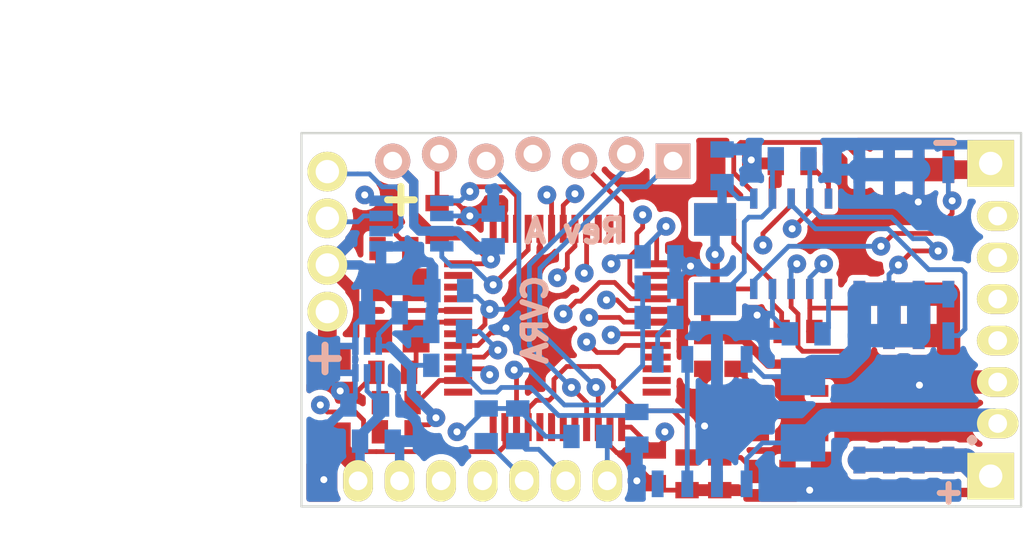
<source format=kicad_pcb>
(kicad_pcb (version 20221018) (generator pcbnew)
  (title_block (title "Motor control board") (rev "0") (company "CVRA"))
  (layers (0 "F.Cu" signal) (1 "In1.Cu" signal "Inner2.Cu") (2 "In2.Cu" signal "Inner1.Cu") (31 "B.Cu" signal) (34 "B.Paste" user) (35 "F.Paste" user) (36 "B.SilkS" user "B.Silkscreen") (37 "F.SilkS" user "F.Silkscreen") (38 "B.Mask" user) (39 "F.Mask" user) (44 "Edge.Cuts" user))
  (net 0 "")
  (net 1 "+3.3V")
  (net 2 "+3.3V_A")
  (net 3 "+5V")
  (net 4 "+5V_protected")
  (net 5 "+9V")
  (net 6 "+BATT")
  (net 7 "A")
  (net 8 "ADC/I_MOT")
  (net 9 "ADC/V_BAT")
  (net 10 "B")
  (net 11 "CANH")
  (net 12 "CANL")
  (net 13 "CAN_SPEED")
  (net 14 "GND")
  (net 15 "GPIO_A")
  (net 16 "GPIO_ADC")
  (net 17 "GPIO_B")
  (net 18 "I")
  (net 19 "LED")
  (net 20 "Mot+")
  (net 21 "Mot-")
  (net 22 "Mot_En_1")
  (net 23 "Mot_En_2")
  (net 24 "N-0000031")
  (net 25 "N-0000035")
  (net 26 "N-0000036")
  (net 27 "N-0000037")
  (net 28 "N-0000038")
  (net 29 "N-0000039")
  (net 30 "N-0000040")
  (net 31 "N-0000042")
  (net 32 "N-0000044")
  (net 33 "N-0000046")
  (net 34 "N-0000048")
  (net 35 "N-0000049")
  (net 36 "N-0000051")
  (net 37 "N-0000064")
  (net 38 "N-0000065")
  (net 39 "N-000008")
  (net 40 "PWM1")
  (net 41 "PWM2")
  (net 42 "Reset")
  (net 43 "Rx")
  (net 44 "Swdclk")
  (net 45 "Swdio")
  (net 46 "Tx")
  (footprint "_0603" (layer "F.Cu") (at 143.55 98.5)
    (fp_text reference "C14")
    (fp_text value "47nF")
  )
  (footprint "_0603" (layer "F.Cu") (at 143.3 91.3 180)
    (fp_text reference "R8")
    (fp_text value "100k")
  )
  (footprint "_0603" (layer "F.Cu") (at 137.4 104.3 -90)
    (fp_text reference "C7")
    (fp_text value "100n")
  )
  (footprint "_0603" (layer "F.Cu") (at 128.1 93.7 90)
    (fp_text reference "C6")
    (fp_text value "100n")
  )
  (footprint "_0603" (layer "F.Cu") (at 126.25 94.95)
    (fp_text reference "C11")
    (fp_text value "10pF")
  )
  (footprint "CVRA-SOT23-5" (layer "F.Cu") (at 143.2 102 -90)
    (fp_text reference "IC1")
    (fp_text value "TPS71501" hide)
  )
  (footprint "CVRA-SOD80C" (layer "F.Cu") (at 123.5 101.4 90)
    (fp_text reference "D1")
    (fp_text value "DIODESCH")
  )
  (footprint "_LQFP48" (layer "F.Cu") (at 129 95.6 -90)
    (fp_text reference "U1")
    (fp_text value "STM32F303CCT6")
  )
  (footprint "_0603" (layer "F.Cu") (at 138.8 104.6 -90)
    (fp_text reference "C18")
    (fp_text value "C")
  )
  (footprint "_0603" (layer "F.Cu") (at 140.2 104.6 -90)
    (fp_text reference "R13")
    (fp_text value "R")
  )
  (footprint "_0603" (layer "F.Cu") (at 142.4 104.5 180)
    (fp_text reference "R12")
    (fp_text value "R")
  )
  (footprint "_0603" (layer "F.Cu") (at 140.9 99.4 -90)
    (fp_text reference "R1")
    (fp_text value "5.6M")
  )
  (footprint "_0603" (layer "F.Cu") (at 139.6 99.4 -90)
    (fp_text reference "C4")
    (fp_text value "470n")
  )
  (footprint "_0603" (layer "F.Cu") (at 126.35 101.55 180)
    (fp_text reference "R4")
    (fp_text value "22")
  )
  (footprint "_0603" (layer "F.Cu") (at 140.4 101.9 -90)
    (fp_text reference "R2")
    (fp_text value "910k")
  )
  (footprint "PSONL10" (layer "F.Cu") (at 143.256 94.742)
    (fp_text reference "IC4")
    (fp_text value "LM5106")
  )
  (footprint "CVRA-SOD80C" (layer "F.Cu") (at 140 95.4 -90)
    (fp_text reference "D3")
    (fp_text value "BAV102")
  )
  (footprint "CVRA-SO8E" (layer "F.Cu") (at 148.082 101.346 180)
    (fp_text reference "Q1")
    (fp_text value "IRF8721")
  )
  (footprint "_0603" (layer "F.Cu") (at 126.35 102.8 180)
    (fp_text reference "D2")
    (fp_text value "LED")
  )
  (footprint "PWR_Conn" (layer "F.Cu") (at 151.8 91.3 90)
    (fp_text reference "P6")
    (fp_text value "CONN_1")
  )
  (footprint "PWR_Conn" (layer "F.Cu") (at 151.8 104.7 -90)
    (fp_text reference "P4")
    (fp_text value "CONN_1")
  )
  (footprint "_0603" (layer "F.Cu") (at 144.6 104.7 -90)
    (fp_text reference "C1")
    (fp_text value "100n")
  )
  (footprint "CVRA-SO8E" (layer "F.Cu") (at 148.082 94.234 180)
    (fp_text reference "Q2")
    (fp_text value "IRF8721")
  )
  (footprint "_TSX-3225-SMD-XTAL" (layer "F.Cu") (at 126.4 97.6 90)
    (fp_text reference "X1")
    (fp_text value "16MHz")
  )
  (footprint "_0603" (layer "F.Cu") (at 126.2 100.25 180)
    (fp_text reference "C12")
    (fp_text value "10pF")
  )
  (footprint "pin4_can_connector" (layer "F.Cu") (at 123.4 94.65 -90)
    (fp_text reference "P1")
    (fp_text value "Bus2")
  )
  (footprint "ribbon_cable_7pin" (layer "F.Cu") (at 130.05 104.9 180)
    (fp_text reference "P3")
    (fp_text value "GPIO")
  )
  (footprint "ribbon_cable_6pin" (layer "F.Cu") (at 152.1 98 90)
    (fp_text reference "P2")
    (fp_text value "MOTOR")
  )
  (footprint "_0603" (layer "B.Cu") (at 137.6 96.6)
    (fp_text reference "C15")
    (fp_text value "100nF")
  )
  (footprint "_0603" (layer "B.Cu") (at 143.3 91.1)
    (fp_text reference "C16")
    (fp_text value "47nF")
  )
  (footprint "_0603" (layer "B.Cu") (at 143.9 98.6 180)
    (fp_text reference "R11")
    (fp_text value "100k")
  )
  (footprint "_0603" (layer "B.Cu") (at 137.6 95.3)
    (fp_text reference "C9")
    (fp_text value "100n")
  )
  (footprint "_0603" (layer "B.Cu") (at 128.55 98.5 180)
    (fp_text reference "C10")
    (fp_text value "10n")
  )
  (footprint "CVRA-1206-1" (layer "B.Cu") (at 143.764 101.854 90)
    (fp_text reference "R10")
    (fp_text value "0.01R" hide)
  )
  (footprint "_0603" (layer "B.Cu") (at 137.6 97.9)
    (fp_text reference "R9")
    (fp_text value "330")
  )
  (footprint "_0603" (layer "B.Cu") (at 125.5 103.2)
    (fp_text reference "C17")
    (fp_text value "1uF")
  )
  (footprint "_0603" (layer "B.Cu") (at 136.65 102.65 -90)
    (fp_text reference "C8")
    (fp_text value "1uF")
  )
  (footprint "_0603" (layer "B.Cu") (at 130.2 102.5 -90)
    (fp_text reference "R3")
    (fp_text value "10k")
  )
  (footprint "_0603" (layer "B.Cu") (at 131.55 102.5 -90)
    (fp_text reference "R5")
    (fp_text value "10k")
  )
  (footprint "_0603" (layer "B.Cu") (at 134.55 103)
    (fp_text reference "R6")
    (fp_text value "10k")
  )
  (footprint "PSONL10" (layer "B.Cu") (at 143.256 94.742)
    (fp_text reference "IC5")
    (fp_text value "LM5106")
  )
  (footprint "CVRA-SOD80C" (layer "B.Cu") (at 140 95.4 90)
    (fp_text reference "D4")
    (fp_text value "BAV102")
  )
  (footprint "CVRA-SO8E" (layer "B.Cu") (at 139.446 102.362 180)
    (fp_text reference "IC6")
    (fp_text value "INA282")
  )
  (footprint "CVRA-SO8E" (layer "B.Cu") (at 148.082 94.234)
    (fp_text reference "Q4")
    (fp_text value "IRF8721")
  )
  (footprint "CVRA-PWSON-N6" (layer "B.Cu") (at 125.1 99.7 180)
    (fp_text reference "IC2")
    (fp_text value "TLV710")
  )
  (footprint "CVRA-SO8E" (layer "B.Cu") (at 148.082 101.346)
    (fp_text reference "Q3")
    (fp_text value "IRF8721")
  )
  (footprint "_0603" (layer "B.Cu") (at 128.6 96.75 180)
    (fp_text reference "C5")
    (fp_text value "100n")
  )
  (footprint "_0603" (layer "B.Cu") (at 130.5 94.15 -90)
    (fp_text reference "C13")
    (fp_text value "100n")
  )
  (footprint "_SOT23-8" (layer "B.Cu") (at 128.3 92.9 -90)
    (fp_text reference "IC3")
    (fp_text value "MAX3051")
  )
  (footprint "_0603" (layer "B.Cu") (at 140.3 91.4 -90)
    (fp_text reference "C19")
    (fp_text value "100nF (DNP)")
  )
  (footprint "_0603" (layer "B.Cu") (at 128.55 99.95)
    (fp_text reference "L1")
    (fp_text value "INDUCTOR")
  )
  (footprint "_0603" (layer "B.Cu") (at 125.8 97.7 180)
    (fp_text reference "C3")
    (fp_text value "4.7uF")
  )
  (footprint "_0603" (layer "B.Cu") (at 125 101.65 180)
    (fp_text reference "C2")
    (fp_text value "100nF")
  )
  (footprint "_Pin2mm_7z" (layer "B.Cu") (at 132.2 91.2 180)
    (fp_text reference "P5")
    (fp_text value "DBG")
  )
  (gr_line (start 150.3 106) (end 153.1 106) (stroke (width 0.1)) (layer "Edge.Cuts"))
  (gr_line (start 122.29 106) (end 122.29 90) (stroke (width 0.1)) (layer "Edge.Cuts"))
  (gr_line (start 122.3 90) (end 150.3 90) (stroke (width 0.1)) (layer "Edge.Cuts"))
  (gr_line (start 150.3 106) (end 122.3 106) (stroke (width 0.1)) (layer "Edge.Cuts"))
  (gr_line (start 153.1 106) (end 153.1 90) (stroke (width 0.1)) (layer "Edge.Cuts"))
  (gr_line (start 153.1 90) (end 150.3 90) (stroke (width 0.1)) (layer "Edge.Cuts"))
  (gr_text "Rev A" (at 134 94.2) (layer "B.SilkS") (effects (font (size 1 1) (thickness 0.25)) (justify mirror)))
  (gr_text "+" (at 123.3 99.55) (layer "B.SilkS") (effects (font (size 1.5 1.5) (thickness 0.3)) (justify mirror)))
  (gr_text "." (at 151 102.55) (layer "B.SilkS") (effects (font (size 1.5 1.5) (thickness 0.3)) (justify mirror)))
  (gr_text "CVRA" (at 132.3 98 90) (layer "B.SilkS") (effects (font (size 1 1) (thickness 0.25)) (justify mirror)))
  (gr_text "+" (at 150 105.35) (layer "B.SilkS") (effects (font (size 1 1) (thickness 0.25)) (justify mirror)))
  (gr_text "-" (at 149.85 90.35) (layer "B.SilkS") (effects (font (size 1 1) (thickness 0.25)) (justify mirror)))
  (gr_text "-" (at 149.85 90.35) (layer "F.SilkS") (effects (font (size 1 1) (thickness 0.25))))
  (gr_text "+" (at 126.55 92.75) (layer "F.SilkS") (effects (font (size 1.5 1.5) (thickness 0.3))))
  (gr_text "+" (at 150 105.35) (layer "F.SilkS") (effects (font (size 1 1) (thickness 0.25))))
  (gr_text "." (at 151 102.55) (layer "F.SilkS") (effects (font (size 1.5 1.5) (thickness 0.3))))
  (segment (start 130.5 95.3) (end 130.4 95.4) (width 0.204) (layer "F.Cu") (net 1))
  (segment (start 130.2 95.6) (end 130.4 95.4) (width 0.204) (layer "F.Cu") (net 1))
  (segment (start 136.4 102.6) (end 137.4 103.6) (width 0.204) (layer "F.Cu") (net 1))
  (segment (start 137.85 103.15) (end 137.85 102.8) (width 0.204) (layer "F.Cu") (net 1))
  (segment (start 127.1 92.1) (end 127.1 93.1) (width 0.204) (layer "F.Cu") (net 1))
  (segment (start 137.9 94) (end 137.5 94.4) (width 0.204) (layer "F.Cu") (net 1))
  (segment (start 137.5 94.4) (end 137.5 95.6) (width 0.204) (layer "F.Cu") (net 1))
  (segment (start 127.35 102.5) (end 127.75 102.5) (width 0.204) (layer "F.Cu") (net 1))
  (segment (start 127.75 102.5) (end 128.05 102.2) (width 0.204) (layer "F.Cu") (net 1))
  (segment (start 127.1 92.1) (end 127.1 93.1) (width 0.4) (layer "F.Cu") (net 1))
  (segment (start 127.1 93.5) (end 128 94.4) (width 0.4) (layer "F.Cu") (net 1))
  (segment (start 128 94.4) (end 128.1 94.4) (width 0.4) (layer "F.Cu") (net 1))
  (segment (start 129.4 94.4) (end 130.4 95.4) (width 0.4) (layer "F.Cu") (net 1))
  (segment (start 128.1 94.4) (end 129.4 94.4) (width 0.4) (layer "F.Cu") (net 1))
  (segment (start 127.1 93.1) (end 127.1 93.5) (width 0.4) (layer "F.Cu") (net 1))
  (segment (start 126.2 91.2) (end 127.1 92.1) (width 0.4) (layer "F.Cu") (net 1))
  (segment (start 129 95.6) (end 130.2 95.6) (width 0.204) (layer "F.Cu") (net 1))
  (segment (start 136 102.6) (end 136.4 102.6) (width 0.204) (layer "F.Cu") (net 1))
  (segment (start 127.35 102.5) (end 127.05 102.8) (width 0.204) (layer "F.Cu") (net 1))
  (segment (start 130.5 94.1) (end 130.5 95.3) (width 0.204) (layer "F.Cu") (net 1))
  (segment (start 137.4 103.6) (end 137.85 103.15) (width 0.204) (layer "F.Cu") (net 1))
  (via (at 135.55 95.6) (size 0.8) (drill 0.3) (layers "F.Cu" "B.Cu") (net 1))
  (via (at 130.4 95.4) (size 0.8) (drill 0.3) (layers "F.Cu" "B.Cu") (net 1))
  (via (at 128.05 102.2) (size 0.8) (drill 0.3) (layers "F.Cu" "B.Cu") (net 1))
  (via (at 137.9 94) (size 0.8) (drill 0.3) (layers "F.Cu" "B.Cu") (net 1))
  (via (at 137.85 102.8) (size 0.8) (drill 0.3) (layers "F.Cu" "B.Cu") (net 1))
  (segment (start 128.9 94.2) (end 129.8 95.1) (width 0.204) (layer "B.Cu") (net 1))
  (segment (start 130.4 95.4) (end 130.1 95.1) (width 0.204) (layer "B.Cu") (net 1))
  (segment (start 130.1 95.1) (end 129.8 95.1) (width 0.204) (layer "B.Cu") (net 1))
  (segment (start 127.1 92.1) (end 126.2 91.2) (width 0.204) (layer "B.Cu") (net 1))
  (segment (start 136.9 95) (end 137.9 94) (width 0.204) (layer "B.Cu") (net 1))
  (segment (start 135.85 95.3) (end 135.55 95.6) (width 0.204) (layer "B.Cu") (net 1))
  (segment (start 127.35 94.2) (end 127.1 93.95) (width 0.4) (layer "B.Cu") (net 1))
  (segment (start 127.1 93.95) (end 127.1 92.1) (width 0.4) (layer "B.Cu") (net 1))
  (segment (start 127.1 92.1) (end 126.2 91.2) (width 0.4) (layer "B.Cu") (net 1))
  (segment (start 129 94.2) (end 129.65 94.85) (width 0.4) (layer "B.Cu") (net 1))
  (segment (start 129.65 94.85) (end 130.5 94.85) (width 0.4) (layer "B.Cu") (net 1))
  (segment (start 125.6 98.6) (end 126.5 97.7) (width 0.204) (layer "B.Cu") (net 1))
  (segment (start 126.075 99.125) (end 126.9 99.95) (width 0.204) (layer "B.Cu") (net 1))
  (segment (start 126.9 99.95) (end 127.85 99.95) (width 0.204) (layer "B.Cu") (net 1))
  (segment (start 127 100.05) (end 127 101.15) (width 0.4) (layer "B.Cu") (net 1))
  (segment (start 127 101.15) (end 128.05 102.2) (width 0.4) (layer "B.Cu") (net 1))
  (segment (start 126.075 99.125) (end 127 100.05) (width 0.4) (layer "B.Cu") (net 1))
  (segment (start 125.6 99.125) (end 125.6 98.6) (width 0.204) (layer "B.Cu") (net 1))
  (segment (start 125.6 99.125) (end 126.075 99.125) (width 0.204) (layer "B.Cu") (net 1))
  (segment (start 128.3 94.2) (end 127.35 94.2) (width 0.4) (layer "B.Cu") (net 1))
  (segment (start 136.9 95.3) (end 136.9 95) (width 0.204) (layer "B.Cu") (net 1))
  (segment (start 128.3 94.2) (end 128.9 94.2) (width 0.204) (layer "B.Cu") (net 1))
  (segment (start 135.85 95.3) (end 136.9 95.3) (width 0.204) (layer "B.Cu") (net 1))
  (segment (start 128.3 94.2) (end 129 94.2) (width 0.4) (layer "B.Cu") (net 1))
  (segment (start 130.4 99.3) (end 130.1 99.6) (width 0.204) (layer "F.Cu") (net 2))
  (segment (start 130.7 99.3) (end 130.4 99.3) (width 0.204) (layer "F.Cu") (net 2))
  (segment (start 129 99.6) (end 130.1 99.6) (width 0.204) (layer "F.Cu") (net 2))
  (via (at 130.7 99.3) (size 0.8) (drill 0.3) (layers "F.Cu" "B.Cu") (net 2))
  (segment (start 138.811 101.4) (end 138.811 101.9) (width 0.204) (layer "B.Cu") (net 2))
  (segment (start 138.811 103.55) (end 138.811 105.029) (width 0.204) (layer "B.Cu") (net 2))
  (segment (start 129.9 98.5) (end 129.25 98.5) (width 0.204) (layer "B.Cu") (net 2))
  (segment (start 130.65 101.1) (end 130 101.1) (width 0.204) (layer "B.Cu") (net 2))
  (segment (start 130 101.1) (end 129.825 100.925) (width 0.204) (layer "B.Cu") (net 2))
  (segment (start 133.3 102.1) (end 132.1 100.9) (width 0.204) (layer "B.Cu") (net 2))
  (segment (start 132.1 100.9) (end 130.85 100.9) (width 0.204) (layer "B.Cu") (net 2))
  (segment (start 130.85 100.9) (end 130.65 101.1) (width 0.204) (layer "B.Cu") (net 2))
  (segment (start 136.7 101.9) (end 138.811 101.9) (width 0.204) (layer "B.Cu") (net 2))
  (segment (start 138.811 101.9) (end 138.811 103.55) (width 0.204) (layer "B.Cu") (net 2))
  (segment (start 136.5 102.1) (end 136.65 101.95) (width 0.204) (layer "B.Cu") (net 2))
  (segment (start 129.25 100.35) (end 129.25 98.5) (width 0.204) (layer "B.Cu") (net 2))
  (segment (start 138.811 99.695) (end 138.811 101.4) (width 0.204) (layer "B.Cu") (net 2))
  (segment (start 129.825 100.925) (end 129.25 100.35) (width 0.204) (layer "B.Cu") (net 2))
  (segment (start 133.45 102.1) (end 136.5 102.1) (width 0.204) (layer "B.Cu") (net 2))
  (segment (start 133.45 102.1) (end 133.3 102.1) (width 0.204) (layer "B.Cu") (net 2))
  (segment (start 130.7 99.3) (end 129.9 98.5) (width 0.204) (layer "B.Cu") (net 2))
  (segment (start 136.65 101.95) (end 136.7 101.9) (width 0.204) (layer "B.Cu") (net 2))
  (segment (start 123.4 99.60074) (end 123.5 99.70074) (width 0.8) (layer "F.Cu") (net 3))
  (segment (start 123.4 97.7) (end 123.4 99.60074) (width 0.8) (layer "F.Cu") (net 3))
  (segment (start 124.716 104.31526) (end 124.716 104.9) (width 0.8) (layer "F.Cu") (net 4))
  (segment (start 123.5 103.09926) (end 124.716 104.31526) (width 0.8) (layer "F.Cu") (net 4))
  (via (at 128.95 102.8) (size 0.8) (drill 0.3) (layers "F.Cu" "B.Cu") (net 4))
  (segment (start 132.75 103) (end 131.55 101.8) (width 0.204) (layer "B.Cu") (net 4))
  (segment (start 129.2 102.8) (end 128.95 102.8) (width 0.204) (layer "B.Cu") (net 4))
  (segment (start 124.8 104.816) (end 124.8 103.2) (width 0.4) (layer "B.Cu") (net 4))
  (segment (start 124.8 102.95) (end 125.7 102.05) (width 0.4) (layer "B.Cu") (net 4))
  (segment (start 125.7 102.05) (end 125.7 101.65) (width 0.4) (layer "B.Cu") (net 4))
  (segment (start 125.1 101.05) (end 125.7 101.65) (width 0.204) (layer "B.Cu") (net 4))
  (segment (start 125.6 101.55) (end 125.7 101.65) (width 0.204) (layer "B.Cu") (net 4))
  (segment (start 133.85 103) (end 132.75 103) (width 0.204) (layer "B.Cu") (net 4))
  (segment (start 125.6 100.225) (end 125.6 101.55) (width 0.204) (layer "B.Cu") (net 4))
  (segment (start 130.2 101.8) (end 131.55 101.8) (width 0.204) (layer "B.Cu") (net 4))
  (segment (start 124.716 104.9) (end 124.8 104.816) (width 0.4) (layer "B.Cu") (net 4))
  (segment (start 125.1 100.275) (end 125.1 101.05) (width 0.204) (layer "B.Cu") (net 4))
  (segment (start 130.2 101.8) (end 129.2 102.8) (width 0.204) (layer "B.Cu") (net 4))
  (segment (start 124.8 103.2) (end 124.8 102.95) (width 0.4) (layer "B.Cu") (net 4))
  (segment (start 140.42178 96.67748) (end 140 97.09926) (width 0.204) (layer "F.Cu") (net 5))
  (segment (start 143.3225 99.9) (end 142.3 99.9) (width 0.4) (layer "F.Cu") (net 5))
  (segment (start 142.3 99.9) (end 141.1 98.7) (width 0.4) (layer "F.Cu") (net 5))
  (segment (start 141.1 98.7) (end 140.9 98.7) (width 0.4) (layer "F.Cu") (net 5))
  (segment (start 139.6 97.49926) (end 140 97.09926) (width 0.4) (layer "F.Cu") (net 5))
  (segment (start 140 95.2) (end 140 97.09926) (width 0.4) (layer "F.Cu") (net 5))
  (segment (start 144.47 101.0475) (end 143.3225 99.9) (width 0.4) (layer "F.Cu") (net 5))
  (segment (start 140.9 98.7) (end 139.6 98.7) (width 0.4) (layer "F.Cu") (net 5))
  (segment (start 141.6558 96.67748) (end 140.42178 96.67748) (width 0.204) (layer "F.Cu") (net 5))
  (segment (start 139.6 98.7) (end 139.6 97.49926) (width 0.4) (layer "F.Cu") (net 5))
  (via (at 140 95.2) (size 0.8) (drill 0.3) (layers "F.Cu" "B.Cu") (net 5))
  (segment (start 140.3 93.40074) (end 140 93.70074) (width 0.204) (layer "B.Cu") (net 5))
  (segment (start 141.00652 92.80652) (end 140.3 92.1) (width 0.204) (layer "B.Cu") (net 5))
  (segment (start 140.3 93.40074) (end 140 93.70074) (width 0.4) (layer "B.Cu") (net 5))
  (segment (start 140 93.70074) (end 140 95.2) (width 0.4) (layer "B.Cu") (net 5))
  (segment (start 140.3 92.1) (end 140.3 93.40074) (width 0.4) (layer "B.Cu") (net 5))
  (segment (start 141.6558 92.80652) (end 141.00652 92.80652) (width 0.204) (layer "B.Cu") (net 5))
  (segment (start 144.1 104.5) (end 144.6 104) (width 0.204) (layer "F.Cu") (net 6))
  (segment (start 151.156 105.4) (end 146.1 105.4) (width 0.4) (layer "F.Cu") (net 6))
  (segment (start 146.1 105.4) (end 145.1 104.4) (width 0.4) (layer "F.Cu") (net 6))
  (segment (start 144.7 104) (end 144.6 104) (width 0.4) (layer "F.Cu") (net 6))
  (segment (start 144.47 103.87) (end 144.47 102.9525) (width 0.4) (layer "F.Cu") (net 6))
  (segment (start 150.733 104.013) (end 148.717 104.013) (width 1) (layer "F.Cu") (net 6))
  (segment (start 148.717 104.013) (end 147.447 104.013) (width 1) (layer "F.Cu") (net 6))
  (segment (start 151.638 104.918) (end 150.733 104.013) (width 1) (layer "F.Cu") (net 6))
  (segment (start 143.1 104.5) (end 144.1 104.5) (width 0.204) (layer "F.Cu") (net 6))
  (segment (start 151.638 104.918) (end 151.156 105.4) (width 0.4) (layer "F.Cu") (net 6))
  (segment (start 148.717 104.013) (end 149.987 104.013) (width 1) (layer "F.Cu") (net 6))
  (segment (start 144.6 104) (end 144.47 103.87) (width 0.4) (layer "F.Cu") (net 6))
  (segment (start 146.177 104.013) (end 147.447 104.013) (width 1) (layer "F.Cu") (net 6))
  (segment (start 145.1 104.4) (end 144.7 104) (width 0.4) (layer "F.Cu") (net 6))
  (segment (start 147.447 104.013) (end 148.717 104.013) (width 1) (layer "B.Cu") (net 6))
  (segment (start 148.717 104.013) (end 149.987 104.013) (width 1) (layer "B.Cu") (net 6))
  (segment (start 149.987 104.013) (end 150.733 104.013) (width 1) (layer "B.Cu") (net 6))
  (segment (start 150.733 104.013) (end 151.638 104.918) (width 1) (layer "B.Cu") (net 6))
  (segment (start 146.177 104.013) (end 147.447 104.013) (width 1) (layer "B.Cu") (net 6))
  (segment (start 133.5 93.1) (end 134 92.6) (width 0.204) (layer "F.Cu") (net 7))
  (segment (start 133.5 94.1) (end 133.5 93.1) (width 0.204) (layer "F.Cu") (net 7))
  (via (at 134 92.6) (size 0.8) (drill 0.3) (layers "F.Cu" "B.Cu") (net 7))
  (segment (start 131.4 100.15) (end 131.5 100.25) (width 0.204) (layer "F.Cu") (net 8))
  (segment (start 131.5 100.25) (end 131.5 102.6) (width 0.204) (layer "F.Cu") (net 8))
  (via (at 131.4 100.15) (size 0.8) (drill 0.3) (layers "F.Cu" "B.Cu") (net 8))
  (segment (start 133.55 101.65) (end 132.05 100.15) (width 0.204) (layer "B.Cu") (net 8))
  (segment (start 132.05 100.15) (end 131.4 100.15) (width 0.204) (layer "B.Cu") (net 8))
  (segment (start 134.85 101.65) (end 133.65 101.65) (width 0.204) (layer "B.Cu") (net 8))
  (segment (start 135.2 101.65) (end 136.9 99.95) (width 0.204) (layer "B.Cu") (net 8))
  (segment (start 136.9 99.95) (end 136.9 99.1) (width 0.204) (layer "B.Cu") (net 8))
  (segment (start 136.9 99.1) (end 136.9 97.9) (width 0.204) (layer "B.Cu") (net 8))
  (segment (start 133.65 101.65) (end 133.55 101.65) (width 0.204) (layer "B.Cu") (net 8))
  (segment (start 134.85 101.65) (end 135.2 101.65) (width 0.204) (layer "B.Cu") (net 8))
  (segment (start 136.9 96.6) (end 136.9 97.9) (width 0.204) (layer "B.Cu") (net 8))
  (segment (start 134.6 100) (end 133.8 100) (width 0.204) (layer "F.Cu") (net 9))
  (segment (start 141.1 103.9) (end 141.7 104.5) (width 0.204) (layer "F.Cu") (net 9))
  (segment (start 132 101.8) (end 132.35 101.45) (width 0.204) (layer "F.Cu") (net 9))
  (segment (start 132.35 101.45) (end 132.9 101.45) (width 0.204) (layer "F.Cu") (net 9))
  (segment (start 132.9 101.45) (end 133.1 101.25) (width 0.204) (layer "F.Cu") (net 9))
  (segment (start 133.1 101.25) (end 133.1 100.55) (width 0.204) (layer "F.Cu") (net 9))
  (segment (start 133.1 100.55) (end 133.65 100) (width 0.204) (layer "F.Cu") (net 9))
  (segment (start 133.65 100) (end 133.8 100) (width 0.204) (layer "F.Cu") (net 9))
  (segment (start 134.7 100) (end 134.6 100) (width 0.204) (layer "F.Cu") (net 9))
  (segment (start 135.05 100) (end 135.65 100.6) (width 0.204) (layer "F.Cu") (net 9))
  (segment (start 138.8 102.5) (end 138.2 101.9) (width 0.204) (layer "F.Cu") (net 9))
  (segment (start 138.2 101.9) (end 136.7 101.9) (width 0.204) (layer "F.Cu") (net 9))
  (segment (start 135.65 100.85) (end 135.65 100.6) (width 0.204) (layer "F.Cu") (net 9))
  (segment (start 132 102.6) (end 132 101.8) (width 0.204) (layer "F.Cu") (net 9))
  (segment (start 138.8 103.9) (end 138.8 102.5) (width 0.204) (layer "F.Cu") (net 9))
  (segment (start 136.6 101.8) (end 135.65 100.85) (width 0.204) (layer "F.Cu") (net 9))
  (segment (start 138.8 103.9) (end 140.2 103.9) (width 0.204) (layer "F.Cu") (net 9))
  (segment (start 134.7 100) (end 135.05 100) (width 0.204) (layer "F.Cu") (net 9))
  (segment (start 140.2 103.9) (end 141.1 103.9) (width 0.204) (layer "F.Cu") (net 9))
  (segment (start 136.7 101.9) (end 136.6 101.8) (width 0.204) (layer "F.Cu") (net 9))
  (segment (start 133 92.85) (end 132.8 92.65) (width 0.204) (layer "F.Cu") (net 10))
  (segment (start 133 94.1) (end 133 92.85) (width 0.204) (layer "F.Cu") (net 10))
  (via (at 132.8 92.65) (size 0.8) (drill 0.3) (layers "F.Cu" "B.Cu") (net 10))
  (segment (start 124.95 93.55) (end 124.7 93.8) (width 0.204) (layer "B.Cu") (net 11))
  (segment (start 123.5 93.8) (end 123.4 93.7) (width 0.204) (layer "B.Cu") (net 11))
  (segment (start 125.7 93.55) (end 124.95 93.55) (width 0.204) (layer "B.Cu") (net 11))
  (segment (start 124.7 93.8) (end 123.5 93.8) (width 0.204) (layer "B.Cu") (net 11))
  (segment (start 126.35 94.2) (end 126.55 94) (width 0.204) (layer "B.Cu") (net 12))
  (segment (start 126.55 94) (end 126.55 92.5) (width 0.204) (layer "B.Cu") (net 12))
  (segment (start 126.55 92.5) (end 126.35 92.3) (width 0.204) (layer "B.Cu") (net 12))
  (segment (start 126.35 92.3) (end 125.8 92.3) (width 0.204) (layer "B.Cu") (net 12))
  (segment (start 125.75 92.3) (end 125.2 91.75) (width 0.204) (layer "B.Cu") (net 12))
  (segment (start 125.2 91.75) (end 124.7 91.75) (width 0.204) (layer "B.Cu") (net 12))
  (segment (start 123.45 91.75) (end 123.4 91.7) (width 0.204) (layer "B.Cu") (net 12))
  (segment (start 125.7 94.2) (end 126.35 94.2) (width 0.204) (layer "B.Cu") (net 12))
  (segment (start 125.8 92.3) (end 125.75 92.3) (width 0.204) (layer "B.Cu") (net 12))
  (segment (start 124.7 91.75) (end 123.45 91.75) (width 0.204) (layer "B.Cu") (net 12))
  (segment (start 131 103.4) (end 130.75 103.65) (width 0.204) (layer "F.Cu") (net 13))
  (segment (start 130.75 103.65) (end 125.5 103.65) (width 0.204) (layer "F.Cu") (net 13))
  (segment (start 125.05 103.65) (end 124.95 103.55) (width 0.204) (layer "F.Cu") (net 13))
  (segment (start 124.95 103.55) (end 124.95 102.3) (width 0.204) (layer "F.Cu") (net 13))
  (segment (start 124.95 102.3) (end 124.6 101.95) (width 0.204) (layer "F.Cu") (net 13))
  (segment (start 124.6 101.95) (end 124.05 101.95) (width 0.204) (layer "F.Cu") (net 13))
  (segment (start 123.4 101.95) (end 123.1 101.65) (width 0.204) (layer "F.Cu") (net 13))
  (segment (start 131 103.4) (end 131 102.6) (width 0.204) (layer "F.Cu") (net 13))
  (segment (start 123.4 101.95) (end 124.05 101.95) (width 0.204) (layer "F.Cu") (net 13))
  (segment (start 125.5 103.65) (end 125.05 103.65) (width 0.204) (layer "F.Cu") (net 13))
  (via (at 125 92.65) (size 0.8) (drill 0.3) (layers "F.Cu" "B.Cu") (net 13))
  (via (at 123.1 101.65) (size 0.8) (drill 0.3) (layers "F.Cu" "B.Cu") (net 13))
  (segment (start 125.25 92.9) (end 125 92.65) (width 0.204) (layer "B.Cu") (net 13))
  (segment (start 125.7 92.9) (end 125.25 92.9) (width 0.204) (layer "B.Cu") (net 13))
  (segment (start 135.5 103.4) (end 135.8 103.7) (width 0.204) (layer "F.Cu") (net 14))
  (segment (start 135.8 103.7) (end 136.1 103.7) (width 0.204) (layer "F.Cu") (net 14))
  (segment (start 136.1 103.7) (end 137.4 105) (width 0.204) (layer "F.Cu") (net 14))
  (segment (start 151.533 91.567) (end 152 91.1) (width 0.8) (layer "F.Cu") (net 14))
  (segment (start 141.7 91.3) (end 141.55 91.15) (width 0.204) (layer "F.Cu") (net 14))
  (segment (start 129.85 99.1) (end 130.45 98.5) (width 0.204) (layer "F.Cu") (net 14))
  (segment (start 136.75 105) (end 136.65 104.9) (width 0.204) (layer "F.Cu") (net 14))
  (segment (start 139.6 102.6) (end 139.55 102.55) (width 0.204) (layer "F.Cu") (net 14))
  (segment (start 144.15 105.4) (end 144.05 105.3) (width 0.204) (layer "F.Cu") (net 14))
  (segment (start 131 93.25) (end 130.85 93.1) (width 0.204) (layer "F.Cu") (net 14))
  (segment (start 130.85 93.1) (end 130.1 93.1) (width 0.204) (layer "F.Cu") (net 14))
  (segment (start 130.1 93.1) (end 129.65 93.55) (width 0.204) (layer "F.Cu") (net 14))
  (segment (start 129.65 93.55) (end 129.5 93.55) (width 0.204) (layer "F.Cu") (net 14))
  (segment (start 128.95 93) (end 129.5 93.55) (width 0.204) (layer "F.Cu") (net 14))
  (segment (start 128.1 91.1) (end 128.2 91) (width 0.204) (layer "F.Cu") (net 14))
  (segment (start 139.4 100.3) (end 139.4 102.4) (width 0.204) (layer "F.Cu") (net 14))
  (segment (start 139.4 102.4) (end 139.55 102.55) (width 0.204) (layer "F.Cu") (net 14))
  (segment (start 141 102) (end 140.4 102.6) (width 0.204) (layer "F.Cu") (net 14))
  (segment (start 132.5 95.05) (end 132.45 95.1) (width 0.204) (layer "F.Cu") (net 14))
  (segment (start 138.55 96.1) (end 138.95 95.7) (width 0.204) (layer "F.Cu") (net 14))
  (segment (start 130.9 98.5) (end 131.05 98.35) (width 0.204) (layer "F.Cu") (net 14))
  (segment (start 126.35 94.35) (end 126.35 93.8) (width 0.204) (layer "F.Cu") (net 14))
  (segment (start 148.717 91.567) (end 149.987 91.567) (width 1) (layer "F.Cu") (net 14))
  (segment (start 142.4559 91.4441) (end 142.6 91.3) (width 0.204) (layer "F.Cu") (net 14))
  (segment (start 124.5 101.25) (end 124.15 101.25) (width 0.204) (layer "F.Cu") (net 14))
  (segment (start 124.15 101.25) (end 123.95 101.05) (width 0.204) (layer "F.Cu") (net 14))
  (segment (start 137.7 105.3) (end 138.8 105.3) (width 0.204) (layer "F.Cu") (net 14))
  (segment (start 140.35 105.45) (end 143.9 105.45) (width 0.204) (layer "F.Cu") (net 14))
  (segment (start 143.9 105.45) (end 144.05 105.3) (width 0.204) (layer "F.Cu") (net 14))
  (segment (start 148.7 91.584) (end 148.717 91.567) (width 0.4) (layer "F.Cu") (net 14))
  (segment (start 142.4559 92.80652) (end 142.4559 91.4441) (width 0.204) (layer "F.Cu") (net 14))
  (segment (start 137.4 105) (end 137.7 105.3) (width 0.204) (layer "F.Cu") (net 14))
  (segment (start 131 94.1) (end 131 93.25) (width 0.204) (layer "F.Cu") (net 14))
  (segment (start 139.6 100.1) (end 139.4 100.3) (width 0.204) (layer "F.Cu") (net 14))
  (segment (start 144.15 105.4) (end 144.6 105.4) (width 0.204) (layer "F.Cu") (net 14))
  (segment (start 141.93 102) (end 141 102) (width 0.204) (layer "F.Cu") (net 14))
  (segment (start 148.7 92.95) (end 148.7 91.584) (width 0.4) (layer "F.Cu") (net 14))
  (segment (start 147.447 91.567) (end 151.533 91.567) (width 0.8) (layer "F.Cu") (net 14))
  (segment (start 132.5 94.1) (end 132.5 95.05) (width 0.204) (layer "F.Cu") (net 14))
  (segment (start 138.8 105.3) (end 140.2 105.3) (width 0.204) (layer "F.Cu") (net 14))
  (segment (start 137.4 105) (end 136.75 105) (width 0.204) (layer "F.Cu") (net 14))
  (segment (start 135.5 102.6) (end 135.5 103.4) (width 0.204) (layer "F.Cu") (net 14))
  (segment (start 128.1 93) (end 128.95 93) (width 0.204) (layer "F.Cu") (net 14))
  (segment (start 147.447 91.567) (end 148.717 91.567) (width 1) (layer "F.Cu") (net 14))
  (segment (start 140.4 102.6) (end 139.6 102.6) (width 0.204) (layer "F.Cu") (net 14))
  (segment (start 125.5 100.25) (end 124.5 101.25) (width 0.204) (layer "F.Cu") (net 14))
  (segment (start 140.2 105.3) (end 140.35 105.45) (width 0.204) (layer "F.Cu") (net 14))
  (segment (start 128.1 93) (end 128.1 91.1) (width 0.204) (layer "F.Cu") (net 14))
  (segment (start 130.45 98.5) (end 130.9 98.5) (width 0.204) (layer "F.Cu") (net 14))
  (segment (start 142.6 91.3) (end 141.7 91.3) (width 0.204) (layer "F.Cu") (net 14))
  (segment (start 126.95 94.95) (end 126.35 94.35) (width 0.204) (layer "F.Cu") (net 14))
  (segment (start 129 99.1) (end 129.85 99.1) (width 0.204) (layer "F.Cu") (net 14))
  (segment (start 137.5 96.1) (end 138.55 96.1) (width 0.204) (layer "F.Cu") (net 14))
  (via (at 123.25 104.85) (size 0.8) (drill 0.3) (layers "F.Cu" "B.Cu") (net 14))
  (via (at 141.55 91.15) (size 0.8) (drill 0.3) (layers "F.Cu" "B.Cu") (net 14))
  (via (at 139.55 102.55) (size 0.8) (drill 0.3) (layers "F.Cu" "B.Cu") (net 14))
  (via (at 123.95 101.05) (size 0.8) (drill 0.3) (layers "F.Cu" "B.Cu") (net 14))
  (via (at 129.5 93.55) (size 0.8) (drill 0.3) (layers "F.Cu" "B.Cu") (net 14))
  (via (at 144.05 105.3) (size 0.8) (drill 0.3) (layers "F.Cu" "B.Cu") (net 14))
  (via (at 136.65 104.9) (size 0.8) (drill 0.3) (layers "F.Cu" "B.Cu") (net 14))
  (via (at 138.95 95.7) (size 0.8) (drill 0.3) (layers "F.Cu" "B.Cu") (net 14))
  (via (at 148.7 92.95) (size 0.8) (drill 0.3) (layers "F.Cu" "B.Cu") (net 14))
  (via (at 141.8 97.8) (size 0.8) (drill 0.3) (layers "F.Cu" "B.Cu") (net 14))
  (via (at 148.75 100.8) (size 0.8) (drill 0.3) (layers "F.Cu" "B.Cu") (net 14))
  (via (at 131.05 98.35) (size 0.8) (drill 0.3) (layers "F.Cu" "B.Cu") (net 14))
  (segment (start 141.55 91.15) (end 141.1 90.7) (width 0.204) (layer "B.Cu") (net 14))
  (segment (start 141.1 90.7) (end 140.3 90.7) (width 0.204) (layer "B.Cu") (net 14))
  (segment (start 139.55 102.55) (end 140.081 103.081) (width 0.204) (layer "B.Cu") (net 14))
  (segment (start 140.081 103.081) (end 140.081 105.029) (width 0.204) (layer "B.Cu") (net 14))
  (segment (start 130.4 93.55) (end 130.5 93.45) (width 0.204) (layer "B.Cu") (net 14))
  (segment (start 129.5 93.55) (end 130.4 93.55) (width 0.204) (layer "B.Cu") (net 14))
  (segment (start 142.4559 97.8559) (end 143.2 98.6) (width 0.204) (layer "B.Cu") (net 14))
  (segment (start 138.95 95.7) (end 138.3 96.35) (width 0.204) (layer "B.Cu") (net 14))
  (segment (start 138.3 96.35) (end 138.3 96.6) (width 0.204) (layer "B.Cu") (net 14))
  (segment (start 138.55 95.3) (end 138.3 95.3) (width 0.204) (layer "B.Cu") (net 14))
  (segment (start 142.4559 97.75) (end 142.4559 97.8559) (width 0.204) (layer "B.Cu") (net 14))
  (segment (start 141.85 97.75) (end 141.8 97.8) (width 0.204) (layer "B.Cu") (net 14))
  (segment (start 123.25 102.7) (end 123.25 104.85) (width 0.4) (layer "B.Cu") (net 14))
  (segment (start 126.494 103.494) (end 126.494 104.9) (width 0.4) (layer "B.Cu") (net 14))
  (segment (start 124.6 98.2) (end 125.1 97.7) (width 0.204) (layer "B.Cu") (net 14))
  (segment (start 124.6 101.35) (end 124.6 100.275) (width 0.204) (layer "B.Cu") (net 14))
  (segment (start 124.575 100.3) (end 124.1 100.3) (width 0.204) (layer "B.Cu") (net 14))
  (segment (start 124.575 99.1) (end 124.1 99.1) (width 0.204) (layer "B.Cu") (net 14))
  (segment (start 123.95 101.05) (end 124.3 101.4) (width 0.204) (layer "B.Cu") (net 14))
  (segment (start 124.3 101.4) (end 124.3 101.65) (width 0.204) (layer "B.Cu") (net 14))
  (segment (start 123.4 100.5) (end 123.4 100.4) (width 0.204) (layer "B.Cu") (net 14))
  (segment (start 151 90.5) (end 148.75 90.5) (width 0.4) (layer "B.Cu") (net 14))
  (segment (start 148.75 90.5) (end 148.717 90.533) (width 0.4) (layer "B.Cu") (net 14))
  (segment (start 148.717 90.533) (end 148.717 91.567) (width 0.4) (layer "B.Cu") (net 14))
  (segment (start 145.517 90.533) (end 145.45 90.6) (width 0.4) (layer "B.Cu") (net 14))
  (segment (start 147.45 90.533) (end 146.2 90.533) (width 0.4) (layer "B.Cu") (net 14))
  (segment (start 147.45 91.564) (end 147.447 91.567) (width 0.4) (layer "B.Cu") (net 14))
  (segment (start 146.2 90.533) (end 145.517 90.533) (width 0.4) (layer "B.Cu") (net 14))
  (segment (start 146.2 91.544) (end 146.177 91.567) (width 0.4) (layer "B.Cu") (net 14))
  (segment (start 124.8 95.65) (end 125.3 96.15) (width 0.4) (layer "B.Cu") (net 14))
  (segment (start 148.717 92.933) (end 148.7 92.95) (width 0.204) (layer "B.Cu") (net 14))
  (segment (start 148.717 92.933) (end 148.7 92.95) (width 0.4) (layer "B.Cu") (net 14))
  (segment (start 138.95 95.7) (end 138.55 95.3) (width 0.204) (layer "B.Cu") (net 14))
  (segment (start 124.6 99.125) (end 124.6 98.2) (width 0.204) (layer "B.Cu") (net 14))
  (segment (start 124.6 99.125) (end 124.575 99.1) (width 0.204) (layer "B.Cu") (net 14))
  (segment (start 123.95 101.05) (end 123.4 100.5) (width 0.204) (layer "B.Cu") (net 14))
  (segment (start 124.3 101.65) (end 124.6 101.35) (width 0.204) (layer "B.Cu") (net 14))
  (segment (start 147.45 90.533) (end 147.45 91.564) (width 0.4) (layer "B.Cu") (net 14))
  (segment (start 124.6 99.125) (end 124.6 100.275) (width 0.204) (layer "B.Cu") (net 14))
  (segment (start 124.3 101.65) (end 123.25 102.7) (width 0.4) (layer "B.Cu") (net 14))
  (segment (start 147.447 91.567) (end 148.717 91.567) (width 1) (layer "B.Cu") (net 14))
  (segment (start 142.4559 96.67748) (end 142.4559 97.75) (width 0.204) (layer "B.Cu") (net 14))
  (segment (start 151.8 91.3) (end 151 90.5) (width 0.4) (layer "B.Cu") (net 14))
  (segment (start 123.4 95.65) (end 124.8 95.65) (width 0.4) (layer "B.Cu") (net 14))
  (segment (start 126.2 103.2) (end 126.494 103.494) (width 0.4) (layer "B.Cu") (net 14))
  (segment (start 124.6 100.275) (end 124.575 100.3) (width 0.204) (layer "B.Cu") (net 14))
  (segment (start 148.717 90.533) (end 147.45 90.533) (width 0.4) (layer "B.Cu") (net 14))
  (segment (start 146.177 91.567) (end 148.717 91.567) (width 0.8) (layer "B.Cu") (net 14))
  (segment (start 146.177 91.567) (end 147.447 91.567) (width 1) (layer "B.Cu") (net 14))
  (segment (start 148.717 91.567) (end 148.717 92.933) (width 0.4) (layer "B.Cu") (net 14))
  (segment (start 142.4559 97.75) (end 141.85 97.75) (width 0.204) (layer "B.Cu") (net 14))
  (segment (start 128.3 93.55) (end 129.5 93.55) (width 0.204) (layer "B.Cu") (net 14))
  (segment (start 146.2 90.533) (end 146.2 91.544) (width 0.4) (layer "B.Cu") (net 14))
  (segment (start 134.4 96) (end 134.5 95.9) (width 0.204) (layer "F.Cu") (net 15))
  (segment (start 134.5 95.9) (end 134.5 94.1) (width 0.204) (layer "F.Cu") (net 15))
  (via (at 134.4 96) (size 0.8) (drill 0.3) (layers "F.Cu" "B.Cu") (net 15))
  (segment (start 133.606 104.706) (end 132.45 103.55) (width 0.204) (layer "B.Cu") (net 15))
  (segment (start 131.9 103.55) (end 132.45 103.55) (width 0.204) (layer "B.Cu") (net 15))
  (segment (start 133.606 104.9) (end 133.606 104.706) (width 0.204) (layer "B.Cu") (net 15))
  (segment (start 131.55 103.2) (end 131.9 103.55) (width 0.204) (layer "B.Cu") (net 15))
  (segment (start 130.1 100.1) (end 130.35 100.35) (width 0.204) (layer "F.Cu") (net 16))
  (segment (start 129 100.1) (end 130.1 100.1) (width 0.204) (layer "F.Cu") (net 16))
  (via (at 130.35 100.35) (size 0.8) (drill 0.3) (layers "F.Cu" "B.Cu") (net 16))
  (segment (start 134 94.85) (end 134 94.1) (width 0.204) (layer "F.Cu") (net 17))
  (segment (start 133.675 95.175) (end 134 94.85) (width 0.204) (layer "F.Cu") (net 17))
  (segment (start 133.675 95.775) (end 133.25 96.2) (width 0.204) (layer "F.Cu") (net 17))
  (segment (start 133.675 95.175) (end 133.675 95.775) (width 0.204) (layer "F.Cu") (net 17))
  (via (at 133.25 96.2) (size 0.8) (drill 0.3) (layers "F.Cu" "B.Cu") (net 17))
  (segment (start 131.828 104.828) (end 130.2 103.2) (width 0.204) (layer "B.Cu") (net 17))
  (segment (start 131.828 104.9) (end 131.828 104.828) (width 0.204) (layer "B.Cu") (net 17))
  (segment (start 136.4 97.1) (end 135.8 96.5) (width 0.204) (layer "F.Cu") (net 18))
  (segment (start 133.5 97.75) (end 134.05 97.2) (width 0.204) (layer "F.Cu") (net 18))
  (segment (start 135.7 96.4) (end 135.05 96.4) (width 0.204) (layer "F.Cu") (net 18))
  (segment (start 135.05 96.4) (end 134.25 97.2) (width 0.204) (layer "F.Cu") (net 18))
  (segment (start 134.25 97.2) (end 134.05 97.2) (width 0.204) (layer "F.Cu") (net 18))
  (segment (start 135.8 96.5) (end 135.7 96.4) (width 0.204) (layer "F.Cu") (net 18))
  (segment (start 137.5 97.1) (end 136.4 97.1) (width 0.204) (layer "F.Cu") (net 18))
  (via (at 133.5 97.75) (size 0.8) (drill 0.3) (layers "F.Cu" "B.Cu") (net 18))
  (segment (start 135.384 103.134) (end 135.25 103) (width 0.204) (layer "B.Cu") (net 18))
  (segment (start 135.384 104.9) (end 135.384 103.134) (width 0.204) (layer "B.Cu") (net 18))
  (segment (start 128.2 100.6) (end 127.25 101.55) (width 0.204) (layer "F.Cu") (net 19))
  (segment (start 127.25 101.55) (end 127.05 101.55) (width 0.204) (layer "F.Cu") (net 19))
  (segment (start 129 100.6) (end 128.2 100.6) (width 0.204) (layer "F.Cu") (net 19))
  (segment (start 144.0561 98.4439) (end 144 98.5) (width 0.204) (layer "F.Cu") (net 20))
  (segment (start 149.987 98.679) (end 149.987 96.901) (width 0.4) (layer "F.Cu") (net 20))
  (segment (start 149.987 100.087) (end 150.567 100.667) (width 0.8) (layer "F.Cu") (net 20))
  (segment (start 150.567 100.667) (end 150 100.1) (width 1) (layer "F.Cu") (net 20))
  (segment (start 146.177 97.223) (end 145.9 97.5) (width 0.204) (layer "F.Cu") (net 20))
  (segment (start 145.9 97.5) (end 144.0561 97.5) (width 0.204) (layer "F.Cu") (net 20))
  (segment (start 144.0561 97.5) (end 144.0561 98.4439) (width 0.204) (layer "F.Cu") (net 20))
  (segment (start 147.447 96.901) (end 148.717 96.901) (width 1) (layer "F.Cu") (net 20))
  (segment (start 148.717 96.901) (end 149.987 96.901) (width 1) (layer "F.Cu") (net 20))
  (segment (start 148.717 98.679) (end 149.987 98.679) (width 1) (layer "F.Cu") (net 20))
  (segment (start 149.987 98.679) (end 149.987 96.901) (width 1) (layer "F.Cu") (net 20))
  (segment (start 150 98.692) (end 150 100.1) (width 1) (layer "F.Cu") (net 20))
  (segment (start 150 100.1) (end 149.987 100.087) (width 1) (layer "F.Cu") (net 20))
  (segment (start 149.987 98.679) (end 150 98.692) (width 1) (layer "F.Cu") (net 20))
  (segment (start 148.717 96.901) (end 148.717 98.679) (width 1) (layer "F.Cu") (net 20))
  (segment (start 147.447 98.679) (end 149.987 98.679) (width 0.4) (layer "F.Cu") (net 20))
  (segment (start 147.447 96.901) (end 147.447 98.679) (width 1) (layer "F.Cu") (net 20))
  (segment (start 149.987 98.679) (end 149.987 100.087) (width 0.8) (layer "F.Cu") (net 20))
  (segment (start 146.177 96.901) (end 146.177 97.223) (width 0.204) (layer "F.Cu") (net 20))
  (segment (start 144.0561 96.67748) (end 144.0561 97.5) (width 0.204) (layer "F.Cu") (net 20))
  (segment (start 152.1 100.667) (end 150.567 100.667) (width 1) (layer "F.Cu") (net 20))
  (segment (start 147.447 98.679) (end 148.717 98.679) (width 1) (layer "F.Cu") (net 20))
  (segment (start 146.177 96.901) (end 147.447 96.901) (width 1) (layer "F.Cu") (net 20))
  (segment (start 151.955 102.3) (end 152.1 102.445) (width 0.8) (layer "B.Cu") (net 21))
  (segment (start 151.955 102.3) (end 152.1 102.445) (width 1) (layer "B.Cu") (net 21))
  (segment (start 142.02614 103.27386) (end 141.351 103.949) (width 0.204) (layer "B.Cu") (net 21))
  (segment (start 141.351 103.949) (end 141.351 105.029) (width 0.204) (layer "B.Cu") (net 21))
  (segment (start 144.73786 102.3) (end 147.15 102.3) (width 1) (layer "B.Cu") (net 21))
  (segment (start 147.15 102.3) (end 151.955 102.3) (width 1) (layer "B.Cu") (net 21))
  (segment (start 143.764 103.27386) (end 144.73786 102.3) (width 1) (layer "B.Cu") (net 21))
  (segment (start 143.764 103.27386) (end 142.02614 103.27386) (width 0.204) (layer "B.Cu") (net 21))
  (segment (start 136.1 98.1) (end 135.9 97.9) (width 0.204) (layer "F.Cu") (net 22))
  (segment (start 135.9 97.9) (end 134.6 97.9) (width 0.204) (layer "F.Cu") (net 22))
  (segment (start 136.1 98.1) (end 137.5 98.1) (width 0.204) (layer "F.Cu") (net 22))
  (via (at 144.65 95.6) (size 0.8) (drill 0.3) (layers "F.Cu" "B.Cu") (net 22))
  (via (at 134.6 97.9) (size 0.8) (drill 0.3) (layers "F.Cu" "B.Cu") (net 22))
  (segment (start 144.0561 96.1939) (end 144.65 95.6) (width 0.204) (layer "B.Cu") (net 22))
  (segment (start 144.0561 96.67748) (end 144.0561 96.1939) (width 0.204) (layer "B.Cu") (net 22))
  (segment (start 136.25 97.6) (end 135.8 97.15) (width 0.204) (layer "F.Cu") (net 23))
  (segment (start 135.8 97.15) (end 135.35 97.15) (width 0.204) (layer "F.Cu") (net 23))
  (segment (start 144.0561 93.3439) (end 143.3 94.1) (width 0.204) (layer "F.Cu") (net 23))
  (segment (start 137.5 97.6) (end 136.25 97.6) (width 0.204) (layer "F.Cu") (net 23))
  (segment (start 144.0561 93.3439) (end 144.0561 92.80652) (width 0.204) (layer "F.Cu") (net 23))
  (via (at 135.35 97.15) (size 0.8) (drill 0.3) (layers "F.Cu" "B.Cu") (net 23))
  (via (at 143.3 94.1) (size 0.8) (drill 0.3) (layers "F.Cu" "B.Cu") (net 23))
  (segment (start 125.65 101.55) (end 125.65 102.8) (width 0.204) (layer "F.Cu") (net 24))
  (segment (start 141.8475 101.0475) (end 140.9 100.1) (width 0.204) (layer "F.Cu") (net 25))
  (segment (start 140.9 100.7) (end 140.9 100.1) (width 0.204) (layer "F.Cu") (net 25))
  (segment (start 140.4 101.2) (end 140.9 100.7) (width 0.204) (layer "F.Cu") (net 25))
  (segment (start 141.93 101.0475) (end 141.8475 101.0475) (width 0.204) (layer "F.Cu") (net 25))
  (segment (start 131.5 92.7) (end 131.5 94.1) (width 0.204) (layer "F.Cu") (net 26))
  (segment (start 129.7 92.3) (end 131.1 92.3) (width 0.204) (layer "F.Cu") (net 26))
  (segment (start 131.1 92.3) (end 131.5 92.7) (width 0.204) (layer "F.Cu") (net 26))
  (segment (start 129.5 92.5) (end 129.7 92.3) (width 0.204) (layer "F.Cu") (net 26))
  (via (at 129.5 92.5) (size 0.8) (drill 0.3) (layers "F.Cu" "B.Cu") (net 26))
  (segment (start 129.1 92.9) (end 129.5 92.5) (width 0.204) (layer "B.Cu") (net 26))
  (segment (start 128.3 92.9) (end 129.1 92.9) (width 0.204) (layer "B.Cu") (net 26))
  (segment (start 132 95) (end 132 94.1) (width 0.204) (layer "F.Cu") (net 27))
  (segment (start 130.5 96.5) (end 132 95) (width 0.204) (layer "F.Cu") (net 27))
  (via (at 130.5 96.5) (size 0.8) (drill 0.3) (layers "F.Cu" "B.Cu") (net 27))
  (segment (start 128.3 95.3) (end 128.3 94.85) (width 0.204) (layer "B.Cu") (net 27))
  (segment (start 130.4 96.5) (end 129.6 95.7) (width 0.204) (layer "B.Cu") (net 27))
  (segment (start 129.6 95.7) (end 128.7 95.7) (width 0.204) (layer "B.Cu") (net 27))
  (segment (start 128.7 95.7) (end 128.3 95.3) (width 0.204) (layer "B.Cu") (net 27))
  (segment (start 130.5 96.5) (end 130.4 96.5) (width 0.204) (layer "B.Cu") (net 27))
  (segment (start 145.5 90.4) (end 146.177 91.077) (width 0.204) (layer "F.Cu") (net 28))
  (segment (start 146.177 91.077) (end 146.177 91.567) (width 0.204) (layer "F.Cu") (net 28))
  (segment (start 142.05 90.4) (end 145.5 90.4) (width 0.204) (layer "F.Cu") (net 28))
  (segment (start 141.1 90.4) (end 140.8 90.7) (width 0.204) (layer "F.Cu") (net 28))
  (segment (start 140.8 90.7) (end 140.8 91.7) (width 0.204) (layer "F.Cu") (net 28))
  (segment (start 141.6558 92.5558) (end 140.8 91.7) (width 0.204) (layer "F.Cu") (net 28))
  (segment (start 141.6558 92.80652) (end 141.6558 92.5558) (width 0.204) (layer "F.Cu") (net 28))
  (segment (start 141.65 90.4) (end 141.1 90.4) (width 0.204) (layer "F.Cu") (net 28))
  (segment (start 142.05 90.4) (end 141.65 90.4) (width 0.204) (layer "F.Cu") (net 28))
  (segment (start 143.256 97.456) (end 143.55 97.75) (width 0.204) (layer "F.Cu") (net 29))
  (segment (start 143.55 97.75) (end 143.55 99.15) (width 0.204) (layer "F.Cu") (net 29))
  (segment (start 143.55 99.15) (end 143.75 99.35) (width 0.204) (layer "F.Cu") (net 29))
  (segment (start 143.75 99.35) (end 145.7 99.35) (width 0.204) (layer "F.Cu") (net 29))
  (segment (start 145.7 99.35) (end 146.177 98.873) (width 0.204) (layer "F.Cu") (net 29))
  (segment (start 146.177 98.873) (end 146.177 98.679) (width 0.204) (layer "F.Cu") (net 29))
  (segment (start 143.256 96.67748) (end 143.256 97.456) (width 0.204) (layer "F.Cu") (net 29))
  (segment (start 149.3 94.3) (end 150.15 93.45) (width 0.204) (layer "F.Cu") (net 30))
  (segment (start 150.15 93.45) (end 150.15 92.9) (width 0.204) (layer "F.Cu") (net 30))
  (segment (start 147.65 94.3) (end 149.3 94.3) (width 0.204) (layer "F.Cu") (net 30))
  (segment (start 147.1 94.85) (end 147.65 94.3) (width 0.204) (layer "F.Cu") (net 30))
  (via (at 150.15 92.9) (size 0.8) (drill 0.3) (layers "F.Cu" "B.Cu") (net 30))
  (via (at 147.1 94.85) (size 0.8) (drill 0.3) (layers "F.Cu" "B.Cu") (net 30))
  (segment (start 141.6558 96.3442) (end 143.15 94.85) (width 0.204) (layer "B.Cu") (net 30))
  (segment (start 143.15 94.85) (end 147.1 94.85) (width 0.204) (layer "B.Cu") (net 30))
  (segment (start 150.15 92.9) (end 149.987 92.737) (width 0.204) (layer "B.Cu") (net 30))
  (segment (start 149.987 92.737) (end 149.987 91.567) (width 0.204) (layer "B.Cu") (net 30))
  (segment (start 141.6558 96.67748) (end 141.6558 96.3442) (width 0.204) (layer "B.Cu") (net 30))
  (segment (start 150.7 96) (end 150.7 98.4) (width 0.204) (layer "B.Cu") (net 31))
  (segment (start 150.7 98.4) (end 150.421 98.679) (width 0.204) (layer "B.Cu") (net 31))
  (segment (start 150.421 98.679) (end 149.987 98.679) (width 0.204) (layer "B.Cu") (net 31))
  (segment (start 143.256 93.056) (end 143.775 93.575) (width 0.204) (layer "B.Cu") (net 31))
  (segment (start 144.3 94.1) (end 147.4 94.1) (width 0.204) (layer "B.Cu") (net 31))
  (segment (start 147.4 94.1) (end 149.15 95.85) (width 0.204) (layer "B.Cu") (net 31))
  (segment (start 149.15 95.85) (end 150.55 95.85) (width 0.204) (layer "B.Cu") (net 31))
  (segment (start 150.55 95.85) (end 150.7 96) (width 0.204) (layer "B.Cu") (net 31))
  (segment (start 143.775 93.575) (end 144.3 94.1) (width 0.204) (layer "B.Cu") (net 31))
  (segment (start 143.256 92.80652) (end 143.256 93.056) (width 0.204) (layer "B.Cu") (net 31))
  (segment (start 149.55 95.05) (end 148.45 95.05) (width 0.204) (layer "F.Cu") (net 32))
  (segment (start 148.45 95.05) (end 147.85 95.65) (width 0.204) (layer "F.Cu") (net 32))
  (via (at 149.55 95.05) (size 0.8) (drill 0.3) (layers "F.Cu" "B.Cu") (net 32))
  (via (at 147.85 95.65) (size 0.8) (drill 0.3) (layers "F.Cu" "B.Cu") (net 32))
  (segment (start 144.0561 91.1561) (end 144 91.1) (width 0.204) (layer "B.Cu") (net 32))
  (segment (start 144.0561 93.148098) (end 144.508002 93.6) (width 0.204) (layer "B.Cu") (net 32))
  (segment (start 144.508002 93.6) (end 147.2 93.6) (width 0.204) (layer "B.Cu") (net 32))
  (segment (start 147.85 95.65) (end 147.447 96.053) (width 0.204) (layer "B.Cu") (net 32))
  (segment (start 147.447 96.053) (end 147.447 96.901) (width 0.204) (layer "B.Cu") (net 32))
  (segment (start 142.09014 100.43414) (end 143.764 100.43414) (width 0.204) (layer "B.Cu") (net 32))
  (segment (start 144.19814 100) (end 145.5 100) (width 1) (layer "B.Cu") (net 32))
  (segment (start 145.5 100) (end 146.177 99.323) (width 1) (layer "B.Cu") (net 32))
  (segment (start 146.177 99.323) (end 146.177 98.679) (width 1) (layer "B.Cu") (net 32))
  (segment (start 148.717 98.679) (end 148.717 96.901) (width 1) (layer "B.Cu") (net 32))
  (segment (start 148.717 96.901) (end 147.447 96.901) (width 1) (layer "B.Cu") (net 32))
  (segment (start 147.447 96.901) (end 146.177 96.901) (width 1) (layer "B.Cu") (net 32))
  (segment (start 148.475 94.525) (end 147.55 93.6) (width 0.204) (layer "B.Cu") (net 32))
  (segment (start 147.55 93.6) (end 147.2 93.6) (width 0.204) (layer "B.Cu") (net 32))
  (segment (start 146.177 98.679) (end 147.447 98.679) (width 1) (layer "B.Cu") (net 32))
  (segment (start 148.717 96.901) (end 149.987 96.901) (width 0.8) (layer "B.Cu") (net 32))
  (segment (start 146.177 98.679) (end 148.717 98.679) (width 0.4) (layer "B.Cu") (net 32))
  (segment (start 147.447 96.901) (end 147.447 98.679) (width 1) (layer "B.Cu") (net 32))
  (segment (start 144.0561 92.80652) (end 144.0561 93.148098) (width 0.204) (layer "B.Cu") (net 32))
  (segment (start 147.447 98.679) (end 148.717 98.679) (width 1) (layer "B.Cu") (net 32))
  (segment (start 149.025 94.525) (end 148.475 94.525) (width 0.204) (layer "B.Cu") (net 32))
  (segment (start 141.351 99.695) (end 142.09014 100.43414) (width 0.204) (layer "B.Cu") (net 32))
  (segment (start 143.764 100.43414) (end 144.19814 100) (width 1) (layer "B.Cu") (net 32))
  (segment (start 148.717 98.679) (end 148.717 96.901) (width 0.4) (layer "B.Cu") (net 32))
  (segment (start 146.177 96.901) (end 146.177 98.679) (width 1) (layer "B.Cu") (net 32))
  (segment (start 149.987 96.901) (end 146.177 96.901) (width 0.4) (layer "B.Cu") (net 32))
  (segment (start 144.0561 92.80652) (end 144.0561 91.1561) (width 0.204) (layer "B.Cu") (net 32))
  (segment (start 149.55 95.05) (end 149.025 94.525) (width 0.204) (layer "B.Cu") (net 32))
  (segment (start 144.8562 92.1562) (end 144 91.3) (width 0.204) (layer "F.Cu") (net 33))
  (segment (start 144.8562 92.80652) (end 144.8562 92.1562) (width 0.204) (layer "F.Cu") (net 33))
  (segment (start 142.4559 96.3559) (end 140.8 94.7) (width 0.204) (layer "F.Cu") (net 34))
  (segment (start 140.8 93.7) (end 140.79926 93.70074) (width 0.204) (layer "F.Cu") (net 34))
  (segment (start 140.79926 93.70074) (end 140 93.70074) (width 0.204) (layer "F.Cu") (net 34))
  (segment (start 142.4559 97.3059) (end 142.85 97.7) (width 0.204) (layer "F.Cu") (net 34))
  (segment (start 142.85 97.7) (end 142.85 98.5) (width 0.204) (layer "F.Cu") (net 34))
  (segment (start 142.4559 96.67748) (end 142.4559 96.3559) (width 0.204) (layer "F.Cu") (net 34))
  (segment (start 140.8 94.7) (end 140.8 93.7) (width 0.204) (layer "F.Cu") (net 34))
  (segment (start 142.4559 96.67748) (end 142.4559 97.3059) (width 0.204) (layer "F.Cu") (net 34))
  (segment (start 142.4559 91.2441) (end 142.6 91.1) (width 0.204) (layer "B.Cu") (net 35))
  (segment (start 140.10074 97.09926) (end 141.25 95.95) (width 0.204) (layer "B.Cu") (net 35))
  (segment (start 142.4559 93.1441) (end 142.05 93.55) (width 0.204) (layer "B.Cu") (net 35))
  (segment (start 142 93.6) (end 141.45 93.6) (width 0.204) (layer "B.Cu") (net 35))
  (segment (start 141.45 93.6) (end 141.25 93.8) (width 0.204) (layer "B.Cu") (net 35))
  (segment (start 141.25 93.8) (end 141.25 95.95) (width 0.204) (layer "B.Cu") (net 35))
  (segment (start 142.05 93.55) (end 142 93.6) (width 0.204) (layer "B.Cu") (net 35))
  (segment (start 142.4559 92.80652) (end 142.4559 91.2441) (width 0.204) (layer "B.Cu") (net 35))
  (segment (start 142.4559 92.80652) (end 142.4559 93.1441) (width 0.204) (layer "B.Cu") (net 35))
  (segment (start 140 97.09926) (end 140.10074 97.09926) (width 0.204) (layer "B.Cu") (net 35))
  (segment (start 144.8562 98.3438) (end 144.6 98.6) (width 0.204) (layer "B.Cu") (net 36))
  (segment (start 144.8562 96.67748) (end 144.8562 98.3438) (width 0.204) (layer "B.Cu") (net 36))
  (segment (start 126.4 97.6) (end 125.6 96.8) (width 0.204) (layer "F.Cu") (net 37))
  (segment (start 125.6 96.8) (end 125.6 96.5) (width 0.204) (layer "F.Cu") (net 37))
  (segment (start 125.55 96.45) (end 125.6 96.5) (width 0.204) (layer "F.Cu") (net 37))
  (segment (start 125.55 94.95) (end 125.55 96.45) (width 0.204) (layer "F.Cu") (net 37))
  (segment (start 129 97.6) (end 126.4 97.6) (width 0.204) (layer "F.Cu") (net 37))
  (segment (start 127.8 98.1) (end 127.2 98.7) (width 0.204) (layer "F.Cu") (net 38))
  (segment (start 127.2 100) (end 126.9 100.3) (width 0.204) (layer "F.Cu") (net 38))
  (segment (start 129 98.1) (end 127.8 98.1) (width 0.204) (layer "F.Cu") (net 38))
  (segment (start 127.2 98.7) (end 127.2 100) (width 0.204) (layer "F.Cu") (net 38))
  (segment (start 137.541 98.659) (end 138.3 97.9) (width 0.204) (layer "B.Cu") (net 39))
  (segment (start 137.541 99.695) (end 137.541 98.659) (width 0.204) (layer "B.Cu") (net 39))
  (segment (start 136.15 99.1) (end 135.85 99.4) (width 0.204) (layer "F.Cu") (net 40))
  (segment (start 135.85 99.4) (end 134.95 99.4) (width 0.204) (layer "F.Cu") (net 40))
  (segment (start 134.95 99.4) (end 134.5 98.95) (width 0.204) (layer "F.Cu") (net 40))
  (segment (start 136.15 99.1) (end 137.5 99.1) (width 0.204) (layer "F.Cu") (net 40))
  (via (at 143.5 95.6) (size 0.8) (drill 0.3) (layers "F.Cu" "B.Cu") (net 40))
  (via (at 134.5 98.95) (size 0.8) (drill 0.3) (layers "F.Cu" "B.Cu") (net 40))
  (segment (start 143.256 95.844) (end 143.5 95.6) (width 0.204) (layer "B.Cu") (net 40))
  (segment (start 143.256 96.67748) (end 143.256 95.844) (width 0.204) (layer "B.Cu") (net 40))
  (segment (start 135.6 98.6) (end 135.55 98.65) (width 0.204) (layer "F.Cu") (net 41))
  (segment (start 143.256 93.094) (end 142.625 93.725) (width 0.204) (layer "F.Cu") (net 41))
  (segment (start 142.05 94.3) (end 142.05 94.8) (width 0.204) (layer "F.Cu") (net 41))
  (segment (start 142.625 93.725) (end 142.525 93.825) (width 0.204) (layer "F.Cu") (net 41))
  (segment (start 137.5 98.6) (end 135.6 98.6) (width 0.204) (layer "F.Cu") (net 41))
  (segment (start 143.256 92.80652) (end 143.256 93.094) (width 0.204) (layer "F.Cu") (net 41))
  (segment (start 142.525 93.825) (end 142.05 94.3) (width 0.204) (layer "F.Cu") (net 41))
  (via (at 135.55 98.65) (size 0.8) (drill 0.3) (layers "F.Cu" "B.Cu") (net 41))
  (via (at 142.05 94.8) (size 0.8) (drill 0.3) (layers "F.Cu" "B.Cu") (net 41))
  (segment (start 129.75 98.6) (end 130.15 98.2) (width 0.204) (layer "F.Cu") (net 42))
  (segment (start 130.15 97.75) (end 130.35 97.55) (width 0.204) (layer "F.Cu") (net 42))
  (segment (start 129 98.6) (end 129.75 98.6) (width 0.204) (layer "F.Cu") (net 42))
  (segment (start 130.15 98.2) (end 130.15 97.75) (width 0.204) (layer "F.Cu") (net 42))
  (via (at 130.35 97.55) (size 0.8) (drill 0.3) (layers "F.Cu" "B.Cu") (net 42))
  (segment (start 131.6 92.6) (end 131.6 95.5) (width 0.204) (layer "B.Cu") (net 42))
  (segment (start 129.8 97) (end 129.6 97) (width 0.204) (layer "B.Cu") (net 42))
  (segment (start 129.6 97) (end 129.25 96.65) (width 0.204) (layer "B.Cu") (net 42))
  (segment (start 131.05 97.55) (end 131.6 97) (width 0.204) (layer "B.Cu") (net 42))
  (segment (start 131.6 97) (end 131.6 95.5) (width 0.204) (layer "B.Cu") (net 42))
  (segment (start 130.2 91.2) (end 131.6 92.6) (width 0.204) (layer "B.Cu") (net 42))
  (segment (start 130.35 97.55) (end 131.05 97.55) (width 0.204) (layer "B.Cu") (net 42))
  (segment (start 130.35 97.55) (end 129.8 97) (width 0.204) (layer "B.Cu") (net 42))
  (segment (start 135 101) (end 134.9 100.9) (width 0.204) (layer "F.Cu") (net 43))
  (segment (start 135 102.6) (end 135 101) (width 0.204) (layer "F.Cu") (net 43))
  (via (at 134.9 100.9) (size 0.8) (drill 0.3) (layers "F.Cu" "B.Cu") (net 43))
  (segment (start 134.9 100.9) (end 134.5 100.5) (width 0.204) (layer "B.Cu") (net 43))
  (segment (start 138.15 91.2) (end 137.05 92.3) (width 0.204) (layer "B.Cu") (net 43))
  (segment (start 137.05 92.3) (end 136 92.3) (width 0.204) (layer "B.Cu") (net 43))
  (segment (start 136 92.3) (end 135.325 92.975) (width 0.204) (layer "B.Cu") (net 43))
  (segment (start 132.5 96.7) (end 132.5 98.1) (width 0.204) (layer "B.Cu") (net 43))
  (segment (start 132.5 95.8) (end 132.5 96.5) (width 0.204) (layer "B.Cu") (net 43))
  (segment (start 134.375 100.375) (end 134.5 100.5) (width 0.204) (layer "B.Cu") (net 43))
  (segment (start 132.5 98.5) (end 132.5 98.1) (width 0.204) (layer "B.Cu") (net 43))
  (segment (start 135.325 92.975) (end 134.55 93.75) (width 0.204) (layer "B.Cu") (net 43))
  (segment (start 132.5 96.7) (end 132.5 96.5) (width 0.204) (layer "B.Cu") (net 43))
  (segment (start 134.55 93.75) (end 132.5 95.8) (width 0.204) (layer "B.Cu") (net 43))
  (segment (start 134.375 100.375) (end 132.5 98.5) (width 0.204) (layer "B.Cu") (net 43))
  (segment (start 138.2 91.2) (end 138.15 91.2) (width 0.204) (layer "B.Cu") (net 43))
  (segment (start 136 93) (end 134.2 91.2) (width 0.204) (layer "F.Cu") (net 44))
  (segment (start 136 94.1) (end 136 93) (width 0.204) (layer "F.Cu") (net 44))
  (segment (start 136.55 96.6) (end 136.35 96.4) (width 0.204) (layer "F.Cu") (net 45))
  (segment (start 136.35 95.3) (end 136.65 95) (width 0.204) (layer "F.Cu") (net 45))
  (segment (start 136.65 95) (end 136.65 94.8) (width 0.204) (layer "F.Cu") (net 45))
  (segment (start 136.9 94.05) (end 136.65 94.3) (width 0.204) (layer "F.Cu") (net 45))
  (segment (start 136.9 93.5) (end 136.9 94.05) (width 0.204) (layer "F.Cu") (net 45))
  (segment (start 136.35 96.4) (end 136.35 95.3) (width 0.204) (layer "F.Cu") (net 45))
  (segment (start 137.5 96.6) (end 136.55 96.6) (width 0.204) (layer "F.Cu") (net 45))
  (segment (start 136.65 94.8) (end 136.65 94.3) (width 0.204) (layer "F.Cu") (net 45))
  (via (at 136.9 93.5) (size 0.8) (drill 0.3) (layers "F.Cu" "B.Cu") (net 45))
  (segment (start 134.5 101.55) (end 133.85 100.9) (width 0.204) (layer "F.Cu") (net 46))
  (segment (start 134.5 102.6) (end 134.5 101.55) (width 0.204) (layer "F.Cu") (net 46))
  (via (at 133.85 100.9) (size 0.8) (drill 0.3) (layers "F.Cu" "B.Cu") (net 46))
  (segment (start 136.2 91.5) (end 134.875 92.825) (width 0.204) (layer "B.Cu") (net 46))
  (segment (start 132.05 99.1) (end 133.85 100.9) (width 0.204) (layer "B.Cu") (net 46))
  (segment (start 132.05 95.65) (end 132.05 97.1) (width 0.204) (layer "B.Cu") (net 46))
  (segment (start 132.05 97.1) (end 132.05 99.1) (width 0.204) (layer "B.Cu") (net 46))
  (segment (start 134.875 92.825) (end 134.75 92.95) (width 0.204) (layer "B.Cu") (net 46))
  (segment (start 134.75 92.95) (end 134.525 93.175) (width 0.204) (layer "B.Cu") (net 46))
  (segment (start 134.525 93.175) (end 132.05 95.65) (width 0.204) (layer "B.Cu") (net 46))
  (segment (start 136.2 91) (end 136.2 91.5) (width 0.204) (layer "B.Cu") (net 46))
  (zone (net 14) (net_name "GND") (layer "F.Cu") (connect_pads (clearance 0.254)) (min_thickness 0.254) (fill yes (thermal_gap 0.508) (thermal_bridge_width 0.508))
    (polygon (pts (xy 122.5 90.2) (xy 152.9 90.2) (xy 152.9 105.8) (xy 122.5 105.8)))
  )
  (zone (net 14) (net_name "GND") (layer "B.Cu") (connect_pads (clearance 0.254)) (min_thickness 0.254) (fill yes (thermal_gap 0.508) (thermal_bridge_width 0.508))
    (polygon (pts (xy 122.5 90.2) (xy 152.9 90.2) (xy 152.9 105.8) (xy 122.5 105.8)))
  )
)
</source>
